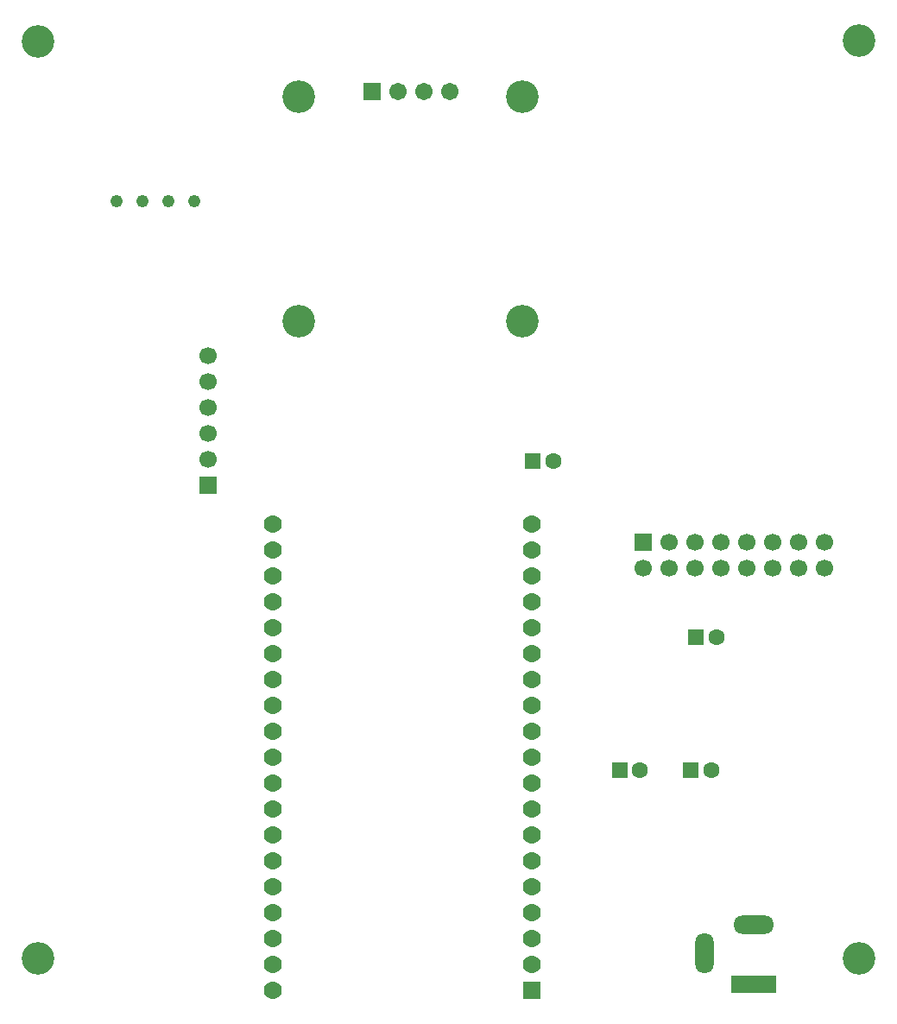
<source format=gbr>
G04 #@! TF.GenerationSoftware,KiCad,Pcbnew,9.0.3*
G04 #@! TF.CreationDate,2025-11-14T23:27:14+05:00*
G04 #@! TF.ProjectId,Weather Station,57656174-6865-4722-9053-746174696f6e,rev?*
G04 #@! TF.SameCoordinates,Original*
G04 #@! TF.FileFunction,Soldermask,Bot*
G04 #@! TF.FilePolarity,Negative*
%FSLAX46Y46*%
G04 Gerber Fmt 4.6, Leading zero omitted, Abs format (unit mm)*
G04 Created by KiCad (PCBNEW 9.0.3) date 2025-11-14 23:27:14*
%MOMM*%
%LPD*%
G01*
G04 APERTURE LIST*
G04 Aperture macros list*
%AMRoundRect*
0 Rectangle with rounded corners*
0 $1 Rounding radius*
0 $2 $3 $4 $5 $6 $7 $8 $9 X,Y pos of 4 corners*
0 Add a 4 corners polygon primitive as box body*
4,1,4,$2,$3,$4,$5,$6,$7,$8,$9,$2,$3,0*
0 Add four circle primitives for the rounded corners*
1,1,$1+$1,$2,$3*
1,1,$1+$1,$4,$5*
1,1,$1+$1,$6,$7*
1,1,$1+$1,$8,$9*
0 Add four rect primitives between the rounded corners*
20,1,$1+$1,$2,$3,$4,$5,0*
20,1,$1+$1,$4,$5,$6,$7,0*
20,1,$1+$1,$6,$7,$8,$9,0*
20,1,$1+$1,$8,$9,$2,$3,0*%
G04 Aperture macros list end*
%ADD10R,1.700000X1.700000*%
%ADD11C,1.700000*%
%ADD12RoundRect,0.102000X-0.754000X-0.754000X0.754000X-0.754000X0.754000X0.754000X-0.754000X0.754000X0*%
%ADD13C,1.712000*%
%ADD14C,3.204000*%
%ADD15C,1.220000*%
%ADD16C,1.764000*%
%ADD17RoundRect,0.102000X0.780000X0.780000X-0.780000X0.780000X-0.780000X-0.780000X0.780000X-0.780000X0*%
%ADD18C,1.600000*%
%ADD19RoundRect,0.250000X-0.550000X-0.550000X0.550000X-0.550000X0.550000X0.550000X-0.550000X0.550000X0*%
%ADD20C,3.200000*%
%ADD21R,4.400000X1.800000*%
%ADD22O,4.000000X1.800000*%
%ADD23O,1.800000X4.000000*%
G04 APERTURE END LIST*
D10*
X123270000Y-84200000D03*
D11*
X123270000Y-86740000D03*
X125810000Y-84200000D03*
X125810000Y-86740000D03*
X128350000Y-84200000D03*
X128350000Y-86740000D03*
X130890000Y-84200000D03*
X130890000Y-86740000D03*
X133430000Y-84200000D03*
X133430000Y-86740000D03*
X135970000Y-84200000D03*
X135970000Y-86740000D03*
X138510000Y-84200000D03*
X138510000Y-86740000D03*
X141050000Y-84200000D03*
X141050000Y-86740000D03*
D12*
X96690000Y-40000000D03*
D13*
X99230000Y-40000000D03*
X101770000Y-40000000D03*
X104310000Y-40000000D03*
D14*
X89500000Y-40500000D03*
X111500000Y-40500000D03*
X111500000Y-62500000D03*
X89500000Y-62500000D03*
D15*
X71654550Y-50710000D03*
X74194550Y-50710000D03*
X76734550Y-50710000D03*
X79274550Y-50710000D03*
D10*
X80680000Y-78570000D03*
D11*
X80680000Y-76030000D03*
X80680000Y-73490000D03*
X80680000Y-70950000D03*
X80680000Y-68410000D03*
X80680000Y-65870000D03*
D16*
X87000000Y-82440000D03*
X87000000Y-84980000D03*
X87000000Y-87520000D03*
X87000000Y-90060000D03*
X87000000Y-92600000D03*
X87000000Y-95140000D03*
X87000000Y-97680000D03*
X87000000Y-100220000D03*
X87000000Y-102760000D03*
X87000000Y-105300000D03*
X87000000Y-107840000D03*
X87000000Y-110380000D03*
X87000000Y-112920000D03*
X87000000Y-115460000D03*
X87000000Y-118000000D03*
X87000000Y-120540000D03*
X87000000Y-123080000D03*
X87000000Y-125620000D03*
X87000000Y-128160000D03*
X112400000Y-82440000D03*
X112400000Y-84980000D03*
X112400000Y-87520000D03*
X112400000Y-90060000D03*
X112400000Y-92600000D03*
X112400000Y-95140000D03*
X112400000Y-97680000D03*
X112400000Y-100220000D03*
X112400000Y-102760000D03*
X112400000Y-105300000D03*
X112400000Y-107840000D03*
X112400000Y-110380000D03*
X112400000Y-112920000D03*
X112400000Y-115460000D03*
X112400000Y-118000000D03*
X112400000Y-120540000D03*
X112400000Y-123080000D03*
X112400000Y-125620000D03*
D17*
X112400000Y-128160000D03*
D18*
X114500000Y-76200000D03*
D19*
X112500000Y-76200000D03*
D20*
X144500000Y-125000000D03*
X144500000Y-35000000D03*
X63930000Y-125000000D03*
D19*
X121000000Y-106500000D03*
D18*
X123000000Y-106500000D03*
D20*
X64000000Y-35050000D03*
D21*
X134125000Y-127500000D03*
D22*
X134125000Y-121700000D03*
D23*
X129325000Y-124500000D03*
D19*
X128500000Y-93500000D03*
D18*
X130500000Y-93500000D03*
D19*
X128000000Y-106500000D03*
D18*
X130000000Y-106500000D03*
M02*

</source>
